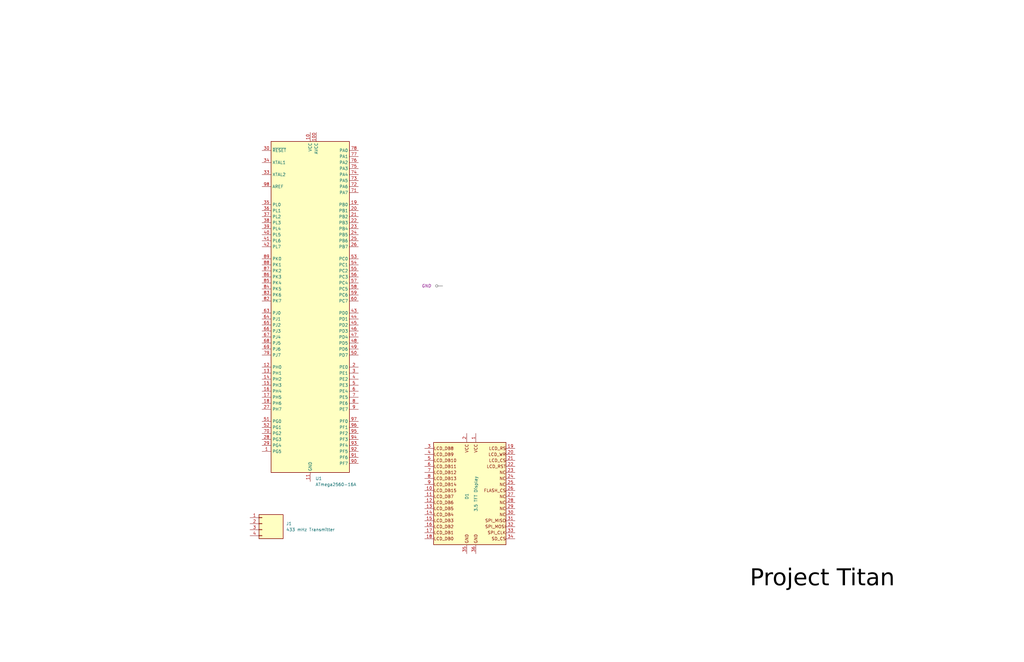
<source format=kicad_sch>
(kicad_sch (version 20230121) (generator eeschema)
  (paper "B")
  (lib_symbols
    (symbol "Connector_Generic_MountingPin:433_mHz_Transmitter" (pin_names (offset 1.016) hide)
      (property "Reference" "J1" (at 10.16 0 0))
      (property "Value" "433 mHz Transmitter" (at 10.16 -2.54 0))
      (symbol "433_mHz_Transmitter_1_1"
        (rectangle (start -1.27 -4.953) (end 0 -5.207) (stroke (width 0.1524)))
        (rectangle (start -1.27 -2.413) (end 0 -2.667) (stroke (width 0.1524)))
        (rectangle (start -1.27 0.127) (end 0 -0.127) (stroke (width 0.1524)))
        (rectangle (start -1.27 2.667) (end 0 2.413) (stroke (width 0.1524)))
        (rectangle (start -1.27 3.81) (end 8.89 -6.35) (stroke (width 0.254)) (fill (type background)))
        (pin passive line (at -5.08 2.54 0) (length 3.81) (name "Pin_1") (number "1"))
        (pin passive line (at -5.08 0 0) (length 3.81) (name "Pin_2") (number "2"))
        (pin passive line (at -5.08 -2.54 0) (length 3.81) (name "Pin_3") (number "3"))
        (pin passive line (at -5.08 -5.08 0) (length 3.81) (name "Pin_4") (number "4"))
      )
    )
    (symbol "Display_Character:3.5_TFT" (pin_names (offset 1.016) hide)
      (property "Reference" "D1" (at 12.7 -24.13 90))
      (property "Value" "3.5 TFT Display" (at 16.51 -29.21 90))
      (symbol "3.5_TFT_1_1"
        (rectangle (start -1.27 0) (end 29.21 -43.18) (stroke (width 0.254)) (fill (type background)))
        (text "FLASH_CS" (at 29.21 -20.32 0) (effects (font (size 1.27 1.27)) (justify right)))
        (text "GND" (at 12.7 -40.64 900) (effects (font (size 1.27 1.27))))
        (text "GND" (at 16.51 -40.64 900) (effects (font (size 1.27 1.27))))
        (text "LCD_CS" (at 29.21 -7.62 0) (effects (font (size 1.27 1.27)) (justify right)))
        (text "LCD_DB0" (at -1.27 -40.64 0) (effects (font (size 1.27 1.27)) (justify left)))
        (text "LCD_DB1" (at -1.27 -38.1 0) (effects (font (size 1.27 1.27)) (justify left)))
        (text "LCD_DB10" (at -1.27 -7.62 0) (effects (font (size 1.27 1.27)) (justify left)))
        (text "LCD_DB11" (at -1.27 -10.16 0) (effects (font (size 1.27 1.27)) (justify left)))
        (text "LCD_DB12" (at -1.27 -12.7 0) (effects (font (size 1.27 1.27)) (justify left)))
        (text "LCD_DB13" (at -1.27 -15.24 0) (effects (font (size 1.27 1.27)) (justify left)))
        (text "LCD_DB14" (at -1.27 -17.78 0) (effects (font (size 1.27 1.27)) (justify left)))
        (text "LCD_DB15" (at -1.27 -20.32 0) (effects (font (size 1.27 1.27)) (justify left)))
        (text "LCD_DB2" (at -1.27 -35.56 0) (effects (font (size 1.27 1.27)) (justify left)))
        (text "LCD_DB3" (at -1.27 -33.02 0) (effects (font (size 1.27 1.27)) (justify left)))
        (text "LCD_DB4" (at -1.27 -30.48 0) (effects (font (size 1.27 1.27)) (justify left)))
        (text "LCD_DB5" (at -1.27 -27.94 0) (effects (font (size 1.27 1.27)) (justify left)))
        (text "LCD_DB6" (at -1.27 -25.4 0) (effects (font (size 1.27 1.27)) (justify left)))
        (text "LCD_DB7" (at -1.27 -22.86 0) (effects (font (size 1.27 1.27)) (justify left)))
        (text "LCD_DB8" (at -1.27 -2.54 0) (effects (font (size 1.27 1.27)) (justify left)))
        (text "LCD_DB9" (at -1.27 -5.08 0) (effects (font (size 1.27 1.27)) (justify left)))
        (text "LCD_RS" (at 29.21 -2.54 0) (effects (font (size 1.27 1.27)) (justify right)))
        (text "LCD_RST" (at 29.21 -10.16 0) (effects (font (size 1.27 1.27)) (justify right)))
        (text "LCD_WR" (at 29.21 -5.08 0) (effects (font (size 1.27 1.27)) (justify right)))
        (text "NC" (at 29.21 -30.48 0) (effects (font (size 1.27 1.27)) (justify right)))
        (text "NC" (at 29.21 -27.94 0) (effects (font (size 1.27 1.27)) (justify right)))
        (text "NC" (at 29.21 -25.4 0) (effects (font (size 1.27 1.27)) (justify right)))
        (text "NC" (at 29.21 -22.86 0) (effects (font (size 1.27 1.27)) (justify right)))
        (text "NC" (at 29.21 -17.78 0) (effects (font (size 1.27 1.27)) (justify right)))
        (text "NC" (at 29.21 -15.24 0) (effects (font (size 1.27 1.27)) (justify right)))
        (text "NC" (at 29.21 -12.7 0) (effects (font (size 1.27 1.27)) (justify right)))
        (text "SD_CS" (at 29.21 -40.64 0) (effects (font (size 1.27 1.27)) (justify right)))
        (text "SPI_CLK" (at 29.21 -38.1 0) (effects (font (size 1.27 1.27)) (justify right)))
        (text "SPI_MISO" (at 29.21 -33.02 0) (effects (font (size 1.27 1.27)) (justify right)))
        (text "SPI_MOSI" (at 29.21 -35.56 0) (effects (font (size 1.27 1.27)) (justify right)))
        (text "VCC" (at 12.7 -2.54 900) (effects (font (size 1.27 1.27))))
        (text "VCC" (at 16.51 -2.54 900) (effects (font (size 1.27 1.27))))
        (pin passive line (at 16.51 3.81 270) (length 3.81) (name "Pin_1") (number "1"))
        (pin passive line (at -5.08 -20.32 0) (length 3.81) (name "Pin_4") (number "10"))
        (pin passive line (at -5.08 -22.86 0) (length 3.81) (name "Pin_4") (number "11"))
        (pin passive line (at -5.08 -25.4 0) (length 3.81) (name "Pin_4") (number "12"))
        (pin passive line (at -5.08 -27.94 0) (length 3.81) (name "Pin_4") (number "13"))
        (pin passive line (at -5.08 -30.48 0) (length 3.81) (name "Pin_4") (number "14"))
        (pin passive line (at -5.08 -33.02 0) (length 3.81) (name "Pin_4") (number "15"))
        (pin passive line (at -5.08 -35.56 0) (length 3.81) (name "Pin_4") (number "16"))
        (pin passive line (at -5.08 -38.1 0) (length 3.81) (name "Pin_4") (number "17"))
        (pin passive line (at -5.08 -40.64 0) (length 3.81) (name "Pin_4") (number "18"))
        (pin passive line (at 33.02 -2.54 180) (length 3.81) (name "Pin_4") (number "19"))
        (pin passive line (at 12.7 3.81 270) (length 3.81) (name "Pin_2") (number "2"))
        (pin passive line (at 33.02 -5.08 180) (length 3.81) (name "Pin_4") (number "20"))
        (pin passive line (at 33.02 -7.62 180) (length 3.81) (name "Pin_4") (number "21"))
        (pin passive line (at 33.02 -10.16 180) (length 3.81) (name "Pin_4") (number "22"))
        (pin passive line (at 33.02 -12.7 180) (length 3.81) (name "Pin_4") (number "23"))
        (pin passive line (at 33.02 -15.24 180) (length 3.81) (name "Pin_4") (number "24"))
        (pin passive line (at 33.02 -17.78 180) (length 3.81) (name "Pin_4") (number "25"))
        (pin passive line (at 33.02 -20.32 180) (length 3.81) (name "Pin_4") (number "26"))
        (pin passive line (at 33.02 -22.86 180) (length 3.81) (name "Pin_4") (number "27"))
        (pin passive line (at 33.02 -25.4 180) (length 3.81) (name "Pin_4") (number "28"))
        (pin passive line (at 33.02 -27.94 180) (length 3.81) (name "Pin_4") (number "29"))
        (pin passive line (at -5.08 -2.54 0) (length 3.81) (name "Pin_3") (number "3"))
        (pin passive line (at 33.02 -30.48 180) (length 3.81) (name "Pin_4") (number "30"))
        (pin passive line (at 33.02 -33.02 180) (length 3.81) (name "Pin_4") (number "31"))
        (pin passive line (at 33.02 -35.56 180) (length 3.81) (name "Pin_4") (number "32"))
        (pin passive line (at 33.02 -38.1 180) (length 3.81) (name "Pin_4") (number "33"))
        (pin passive line (at 33.02 -40.64 180) (length 3.81) (name "Pin_4") (number "34"))
        (pin passive line (at 12.7 -46.99 90) (length 3.81) (name "Pin_4") (number "35"))
        (pin passive line (at 16.51 -46.99 90) (length 3.81) (name "Pin_4") (number "36"))
        (pin passive line (at -5.08 -5.08 0) (length 3.81) (name "Pin_4") (number "4"))
        (pin passive line (at -5.08 -7.62 0) (length 3.81) (name "Pin_4") (number "5"))
        (pin passive line (at -5.08 -10.16 0) (length 3.81) (name "Pin_4") (number "6"))
        (pin passive line (at -5.08 -12.7 0) (length 3.81) (name "Pin_4") (number "7"))
        (pin passive line (at -5.08 -15.24 0) (length 3.81) (name "Pin_4") (number "8"))
        (pin passive line (at -5.08 -17.78 0) (length 3.81) (name "Pin_4") (number "9"))
      )
    )
    (symbol "MCU_Microchip_ATmega:ATmega2560-16A"
      (property "Reference" "U" (at 0 1.27 0))
      (property "Value" "ATmega2560-16A" (at 0 -1.27 0))
      (symbol "ATmega2560-16A_0_1"
        (rectangle (start -16.51 -69.85) (end 16.51 69.85) (stroke (width 0.254)) (fill (type background)))
      )
      (symbol "ATmega2560-16A_1_1"
        (pin bidirectional line (at -20.32 -60.96 0) (length 3.81) (name "PG5") (number "1"))
        (pin power_in line (at 0 73.66 270) (length 3.81) (name "VCC") (number "10"))
        (pin power_in line (at 2.54 73.66 270) (length 3.81) (name "AVCC") (number "100"))
        (pin power_in line (at 0 -73.66 90) (length 3.81) (name "GND") (number "11"))
        (pin bidirectional line (at -20.32 -25.4 0) (length 3.81) (name "PH0") (number "12"))
        (pin bidirectional line (at -20.32 -27.94 0) (length 3.81) (name "PH1") (number "13"))
        (pin bidirectional line (at -20.32 -30.48 0) (length 3.81) (name "PH2") (number "14"))
        (pin bidirectional line (at -20.32 -33.02 0) (length 3.81) (name "PH3") (number "15"))
        (pin bidirectional line (at -20.32 -35.56 0) (length 3.81) (name "PH4") (number "16"))
        (pin bidirectional line (at -20.32 -38.1 0) (length 3.81) (name "PH5") (number "17"))
        (pin bidirectional line (at -20.32 -40.64 0) (length 3.81) (name "PH6") (number "18"))
        (pin bidirectional line (at 20.32 43.18 180) (length 3.81) (name "PB0") (number "19"))
        (pin bidirectional line (at 20.32 -25.4 180) (length 3.81) (name "PE0") (number "2"))
        (pin bidirectional line (at 20.32 40.64 180) (length 3.81) (name "PB1") (number "20"))
        (pin bidirectional line (at 20.32 38.1 180) (length 3.81) (name "PB2") (number "21"))
        (pin bidirectional line (at 20.32 35.56 180) (length 3.81) (name "PB3") (number "22"))
        (pin bidirectional line (at 20.32 33.02 180) (length 3.81) (name "PB4") (number "23"))
        (pin bidirectional line (at 20.32 30.48 180) (length 3.81) (name "PB5") (number "24"))
        (pin bidirectional line (at 20.32 27.94 180) (length 3.81) (name "PB6") (number "25"))
        (pin bidirectional line (at 20.32 25.4 180) (length 3.81) (name "PB7") (number "26"))
        (pin bidirectional line (at -20.32 -43.18 0) (length 3.81) (name "PH7") (number "27"))
        (pin bidirectional line (at -20.32 -55.88 0) (length 3.81) (name "PG3") (number "28"))
        (pin bidirectional line (at -20.32 -58.42 0) (length 3.81) (name "PG4") (number "29"))
        (pin bidirectional line (at 20.32 -27.94 180) (length 3.81) (name "PE1") (number "3"))
        (pin input line (at -20.32 66.04 0) (length 3.81) (name "~{RESET}") (number "30"))
        (pin passive line (at 0 73.66 270) (length 3.81) hide (name "VCC") (number "31"))
        (pin passive line (at 0 -73.66 90) (length 3.81) hide (name "GND") (number "32"))
        (pin output line (at -20.32 55.88 0) (length 3.81) (name "XTAL2") (number "33"))
        (pin input line (at -20.32 60.96 0) (length 3.81) (name "XTAL1") (number "34"))
        (pin bidirectional line (at -20.32 43.18 0) (length 3.81) (name "PL0") (number "35"))
        (pin bidirectional line (at -20.32 40.64 0) (length 3.81) (name "PL1") (number "36"))
        (pin bidirectional line (at -20.32 38.1 0) (length 3.81) (name "PL2") (number "37"))
        (pin bidirectional line (at -20.32 35.56 0) (length 3.81) (name "PL3") (number "38"))
        (pin bidirectional line (at -20.32 33.02 0) (length 3.81) (name "PL4") (number "39"))
        (pin bidirectional line (at 20.32 -30.48 180) (length 3.81) (name "PE2") (number "4"))
        (pin bidirectional line (at -20.32 30.48 0) (length 3.81) (name "PL5") (number "40"))
        (pin bidirectional line (at -20.32 27.94 0) (length 3.81) (name "PL6") (number "41"))
        (pin bidirectional line (at -20.32 25.4 0) (length 3.81) (name "PL7") (number "42"))
        (pin bidirectional line (at 20.32 -2.54 180) (length 3.81) (name "PD0") (number "43"))
        (pin bidirectional line (at 20.32 -5.08 180) (length 3.81) (name "PD1") (number "44"))
        (pin bidirectional line (at 20.32 -7.62 180) (length 3.81) (name "PD2") (number "45"))
        (pin bidirectional line (at 20.32 -10.16 180) (length 3.81) (name "PD3") (number "46"))
        (pin bidirectional line (at 20.32 -12.7 180) (length 3.81) (name "PD4") (number "47"))
        (pin bidirectional line (at 20.32 -15.24 180) (length 3.81) (name "PD5") (number "48"))
        (pin bidirectional line (at 20.32 -17.78 180) (length 3.81) (name "PD6") (number "49"))
        (pin bidirectional line (at 20.32 -33.02 180) (length 3.81) (name "PE3") (number "5"))
        (pin bidirectional line (at 20.32 -20.32 180) (length 3.81) (name "PD7") (number "50"))
        (pin bidirectional line (at -20.32 -48.26 0) (length 3.81) (name "PG0") (number "51"))
        (pin bidirectional line (at -20.32 -50.8 0) (length 3.81) (name "PG1") (number "52"))
        (pin bidirectional line (at 20.32 20.32 180) (length 3.81) (name "PC0") (number "53"))
        (pin bidirectional line (at 20.32 17.78 180) (length 3.81) (name "PC1") (number "54"))
        (pin bidirectional line (at 20.32 15.24 180) (length 3.81) (name "PC2") (number "55"))
        (pin bidirectional line (at 20.32 12.7 180) (length 3.81) (name "PC3") (number "56"))
        (pin bidirectional line (at 20.32 10.16 180) (length 3.81) (name "PC4") (number "57"))
        (pin bidirectional line (at 20.32 7.62 180) (length 3.81) (name "PC5") (number "58"))
        (pin bidirectional line (at 20.32 5.08 180) (length 3.81) (name "PC6") (number "59"))
        (pin bidirectional line (at 20.32 -35.56 180) (length 3.81) (name "PE4") (number "6"))
        (pin bidirectional line (at 20.32 2.54 180) (length 3.81) (name "PC7") (number "60"))
        (pin passive line (at 0 73.66 270) (length 3.81) hide (name "VCC") (number "61"))
        (pin passive line (at 0 -73.66 90) (length 3.81) hide (name "GND") (number "62"))
        (pin bidirectional line (at -20.32 -2.54 0) (length 3.81) (name "PJ0") (number "63"))
        (pin bidirectional line (at -20.32 -5.08 0) (length 3.81) (name "PJ1") (number "64"))
        (pin bidirectional line (at -20.32 -7.62 0) (length 3.81) (name "PJ2") (number "65"))
        (pin bidirectional line (at -20.32 -10.16 0) (length 3.81) (name "PJ3") (number "66"))
        (pin bidirectional line (at -20.32 -12.7 0) (length 3.81) (name "PJ4") (number "67"))
        (pin bidirectional line (at -20.32 -15.24 0) (length 3.81) (name "PJ5") (number "68"))
        (pin bidirectional line (at -20.32 -17.78 0) (length 3.81) (name "PJ6") (number "69"))
        (pin bidirectional line (at 20.32 -38.1 180) (length 3.81) (name "PE5") (number "7"))
        (pin bidirectional line (at -20.32 -53.34 0) (length 3.81) (name "PG2") (number "70"))
        (pin bidirectional line (at 20.32 48.26 180) (length 3.81) (name "PA7") (number "71"))
        (pin bidirectional line (at 20.32 50.8 180) (length 3.81) (name "PA6") (number "72"))
        (pin bidirectional line (at 20.32 53.34 180) (length 3.81) (name "PA5") (number "73"))
        (pin bidirectional line (at 20.32 55.88 180) (length 3.81) (name "PA4") (number "74"))
        (pin bidirectional line (at 20.32 58.42 180) (length 3.81) (name "PA3") (number "75"))
        (pin bidirectional line (at 20.32 60.96 180) (length 3.81) (name "PA2") (number "76"))
        (pin bidirectional line (at 20.32 63.5 180) (length 3.81) (name "PA1") (number "77"))
        (pin bidirectional line (at 20.32 66.04 180) (length 3.81) (name "PA0") (number "78"))
        (pin bidirectional line (at -20.32 -20.32 0) (length 3.81) (name "PJ7") (number "79"))
        (pin bidirectional line (at 20.32 -40.64 180) (length 3.81) (name "PE6") (number "8"))
        (pin passive line (at 0 73.66 270) (length 3.81) hide (name "VCC") (number "80"))
        (pin passive line (at 0 -73.66 90) (length 3.81) hide (name "GND") (number "81"))
        (pin bidirectional line (at -20.32 2.54 0) (length 3.81) (name "PK7") (number "82"))
        (pin bidirectional line (at -20.32 5.08 0) (length 3.81) (name "PK6") (number "83"))
        (pin bidirectional line (at -20.32 7.62 0) (length 3.81) (name "PK5") (number "84"))
        (pin bidirectional line (at -20.32 10.16 0) (length 3.81) (name "PK4") (number "85"))
        (pin bidirectional line (at -20.32 12.7 0) (length 3.81) (name "PK3") (number "86"))
        (pin bidirectional line (at -20.32 15.24 0) (length 3.81) (name "PK2") (number "87"))
        (pin bidirectional line (at -20.32 17.78 0) (length 3.81) (name "PK1") (number "88"))
        (pin bidirectional line (at -20.32 20.32 0) (length 3.81) (name "PK0") (number "89"))
        (pin bidirectional line (at 20.32 -43.18 180) (length 3.81) (name "PE7") (number "9"))
        (pin bidirectional line (at 20.32 -66.04 180) (length 3.81) (name "PF7") (number "90"))
        (pin bidirectional line (at 20.32 -63.5 180) (length 3.81) (name "PF6") (number "91"))
        (pin bidirectional line (at 20.32 -60.96 180) (length 3.81) (name "PF5") (number "92"))
        (pin bidirectional line (at 20.32 -58.42 180) (length 3.81) (name "PF4") (number "93"))
        (pin bidirectional line (at 20.32 -55.88 180) (length 3.81) (name "PF3") (number "94"))
        (pin bidirectional line (at 20.32 -53.34 180) (length 3.81) (name "PF2") (number "95"))
        (pin bidirectional line (at 20.32 -50.8 180) (length 3.81) (name "PF1") (number "96"))
        (pin bidirectional line (at 20.32 -48.26 180) (length 3.81) (name "PF0") (number "97"))
        (pin passive line (at -20.32 50.8 0) (length 3.81) (name "AREF") (number "98"))
        (pin passive line (at 0 -73.66 90) (length 3.81) hide (name "GND") (number "99"))
      )
    )
  )
  (text "Project Titan" (at 316.23 250.19 0) (effects (font (size 7 7)) (justify left bottom)))
  (netclass_flag "" (length 2.54) (shape round) (at 186.69 120.65 90) (property "GND" "GND" (at 177.8 120.65 0) (effects (font italic) (justify left))))
  (symbol (lib_id "MCU_Microchip_ATmega:ATmega2560-16A") (at 130.81 129.54 0) (unit 1)
    (property "Reference" "U1" (at 133.0041 201.93 0) (effects (justify left)))
    (property "Value" "ATmega2560-16A" (at 133.0041 204.47 0) (effects (justify left)))
    (property "Footprint" "Package_QFP:TQFP-100_14x14mm_P0.5mm" (effects hide))
    (property "Datasheet" "http://ww1.microchip.com/downloads/en/DeviceDoc/Atmel-2549-8-bit-AVR-Microcontroller-ATmega640-1280-1281-2560-2561_datasheet.pdf" (effects hide))
    (instances (project "Project Titan" (path "" (reference "U1") (unit 1)) (path "" (reference "U4") (unit 1))))
  )
  (symbol (lib_id "Display_Character:3.5_TFT") (at 184.15 186.69 0) (unit 1)
    (property "Reference" "D1" (at 196.85 210.82 90) (effects (justify left)))
    (property "Value" "3.5 TFT Display" (at 200.66 215.9 90) (effects (justify left)))
  )
  (symbol (lib_id "Connector_Generic_MountingPin:433_mHz_Transmitter") (at 110.49 220.98 0) (unit 1)
    (property "Reference" "J1" (at 120.65 220.98 0) (effects (justify left)))
    (property "Value" "433 mHz Transmitter" (at 120.65 223.52 0) (effects (justify left)))
  )
)
</source>
